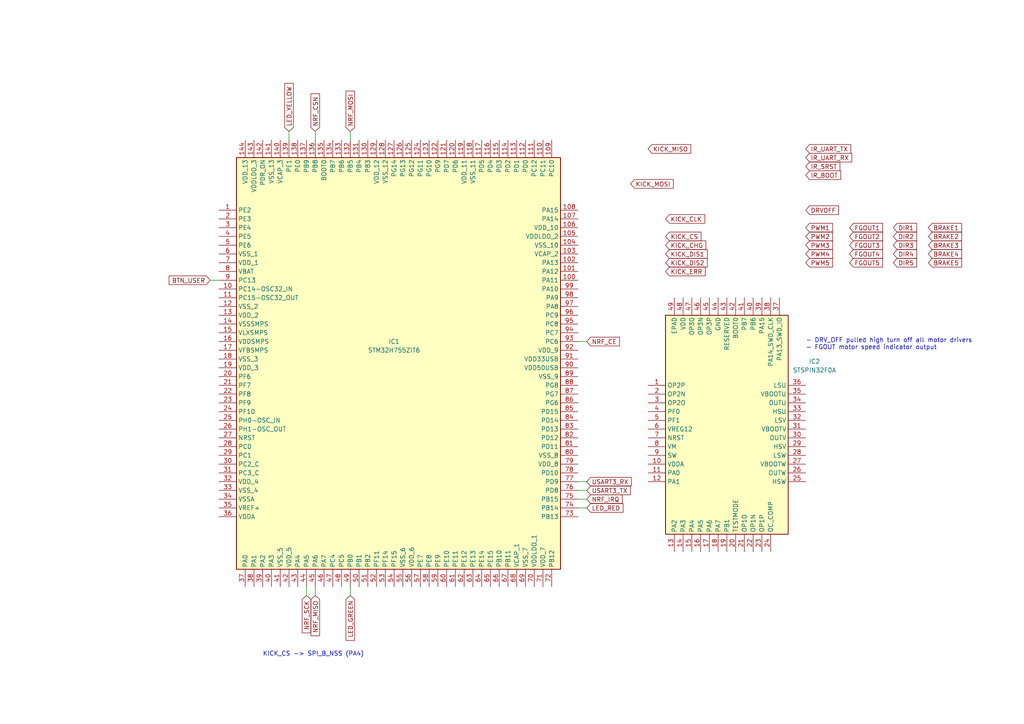
<source format=kicad_sch>
(kicad_sch (version 20230121) (generator eeschema)
  (paper "A4")
  (lib_symbols
    (symbol "STM32H755ZIT6:STM32H755ZIT6"
      (property "Reference" "IC" (at 100.33 20.32 0))
      (property "Value" "STM32H755ZIT6" (at 100.33 17.78 0))
      (symbol "STM32H755ZIT6_1_1"
        (rectangle (start 5.08 15.24) (end 99.06 -104.14) (stroke (width 0.254)) (fill (type background)))
        (pin passive line (at 0 0 0) (length 5.08) (name "PE2") (number "1"))
        (pin passive line (at 0 -22.86 0) (length 5.08) (name "PC14-OSC32_IN") (number "10"))
        (pin passive line (at 104.14 -20.32 180) (length 5.08) (name "PA11") (number "100"))
        (pin passive line (at 104.14 -17.78 180) (length 5.08) (name "PA12") (number "101"))
        (pin passive line (at 104.14 -15.24 180) (length 5.08) (name "PA13") (number "102"))
        (pin passive line (at 104.14 -12.7 180) (length 5.08) (name "VCAP_2") (number "103"))
        (pin passive line (at 104.14 -10.16 180) (length 5.08) (name "VSS_10") (number "104"))
        (pin passive line (at 104.14 -7.62 180) (length 5.08) (name "VDDLDO_2") (number "105"))
        (pin passive line (at 104.14 -5.08 180) (length 5.08) (name "VDD_10") (number "106"))
        (pin passive line (at 104.14 -2.54 180) (length 5.08) (name "PA14") (number "107"))
        (pin passive line (at 104.14 0 180) (length 5.08) (name "PA15") (number "108"))
        (pin passive line (at 96.52 20.32 270) (length 5.08) (name "PC10") (number "109"))
        (pin passive line (at 0 -25.4 0) (length 5.08) (name "PC15-OSC32_OUT") (number "11"))
        (pin passive line (at 93.98 20.32 270) (length 5.08) (name "PC11") (number "110"))
        (pin passive line (at 91.44 20.32 270) (length 5.08) (name "PC12") (number "111"))
        (pin passive line (at 88.9 20.32 270) (length 5.08) (name "PD0") (number "112"))
        (pin passive line (at 86.36 20.32 270) (length 5.08) (name "PD1") (number "113"))
        (pin passive line (at 83.82 20.32 270) (length 5.08) (name "PD2") (number "114"))
        (pin passive line (at 81.28 20.32 270) (length 5.08) (name "PD3") (number "115"))
        (pin passive line (at 78.74 20.32 270) (length 5.08) (name "PD4") (number "116"))
        (pin passive line (at 76.2 20.32 270) (length 5.08) (name "PD5") (number "117"))
        (pin passive line (at 73.66 20.32 270) (length 5.08) (name "VSS_11") (number "118"))
        (pin passive line (at 71.12 20.32 270) (length 5.08) (name "VDD_11") (number "119"))
        (pin passive line (at 0 -27.94 0) (length 5.08) (name "VSS_2") (number "12"))
        (pin passive line (at 68.58 20.32 270) (length 5.08) (name "PD6") (number "120"))
        (pin passive line (at 66.04 20.32 270) (length 5.08) (name "PD7") (number "121"))
        (pin passive line (at 63.5 20.32 270) (length 5.08) (name "PG9") (number "122"))
        (pin passive line (at 60.96 20.32 270) (length 5.08) (name "PG10") (number "123"))
        (pin passive line (at 58.42 20.32 270) (length 5.08) (name "PG11") (number "124"))
        (pin passive line (at 55.88 20.32 270) (length 5.08) (name "PG12") (number "125"))
        (pin passive line (at 53.34 20.32 270) (length 5.08) (name "PG13") (number "126"))
        (pin passive line (at 50.8 20.32 270) (length 5.08) (name "PG14") (number "127"))
        (pin passive line (at 48.26 20.32 270) (length 5.08) (name "VSS_12") (number "128"))
        (pin passive line (at 45.72 20.32 270) (length 5.08) (name "VDD_12") (number "129"))
        (pin passive line (at 0 -30.48 0) (length 5.08) (name "VDD_2") (number "13"))
        (pin passive line (at 43.18 20.32 270) (length 5.08) (name "PB3") (number "130"))
        (pin passive line (at 40.64 20.32 270) (length 5.08) (name "PB4") (number "131"))
        (pin passive line (at 38.1 20.32 270) (length 5.08) (name "PB5") (number "132"))
        (pin passive line (at 35.56 20.32 270) (length 5.08) (name "PB6") (number "133"))
        (pin passive line (at 33.02 20.32 270) (length 5.08) (name "PB7") (number "134"))
        (pin passive line (at 30.48 20.32 270) (length 5.08) (name "BOOT0") (number "135"))
        (pin passive line (at 27.94 20.32 270) (length 5.08) (name "PB8") (number "136"))
        (pin passive line (at 25.4 20.32 270) (length 5.08) (name "PB9") (number "137"))
        (pin passive line (at 22.86 20.32 270) (length 5.08) (name "PE0") (number "138"))
        (pin passive line (at 20.32 20.32 270) (length 5.08) (name "PE1") (number "139"))
        (pin passive line (at 0 -33.02 0) (length 5.08) (name "VSSSMPS") (number "14"))
        (pin passive line (at 17.78 20.32 270) (length 5.08) (name "VCAP_3") (number "140"))
        (pin passive line (at 15.24 20.32 270) (length 5.08) (name "VSS_13") (number "141"))
        (pin passive line (at 12.7 20.32 270) (length 5.08) (name "PDR_ON") (number "142"))
        (pin passive line (at 10.16 20.32 270) (length 5.08) (name "VDDLDO_3") (number "143"))
        (pin passive line (at 7.62 20.32 270) (length 5.08) (name "VDD_13") (number "144"))
        (pin passive line (at 0 -35.56 0) (length 5.08) (name "VLXSMPS") (number "15"))
        (pin passive line (at 0 -38.1 0) (length 5.08) (name "VDDSMPS") (number "16"))
        (pin passive line (at 0 -40.64 0) (length 5.08) (name "VFBSMPS") (number "17"))
        (pin passive line (at 0 -43.18 0) (length 5.08) (name "VSS_3") (number "18"))
        (pin passive line (at 0 -45.72 0) (length 5.08) (name "VDD_3") (number "19"))
        (pin passive line (at 0 -2.54 0) (length 5.08) (name "PE3") (number "2"))
        (pin passive line (at 0 -48.26 0) (length 5.08) (name "PF6") (number "20"))
        (pin passive line (at 0 -50.8 0) (length 5.08) (name "PF7") (number "21"))
        (pin passive line (at 0 -53.34 0) (length 5.08) (name "PF8") (number "22"))
        (pin passive line (at 0 -55.88 0) (length 5.08) (name "PF9") (number "23"))
        (pin passive line (at 0 -58.42 0) (length 5.08) (name "PF10") (number "24"))
        (pin passive line (at 0 -60.96 0) (length 5.08) (name "PH0-OSC_IN") (number "25"))
        (pin passive line (at 0 -63.5 0) (length 5.08) (name "PH1-OSC_OUT") (number "26"))
        (pin passive line (at 0 -66.04 0) (length 5.08) (name "NRST") (number "27"))
        (pin passive line (at 0 -68.58 0) (length 5.08) (name "PC0") (number "28"))
        (pin passive line (at 0 -71.12 0) (length 5.08) (name "PC1") (number "29"))
        (pin passive line (at 0 -5.08 0) (length 5.08) (name "PE4") (number "3"))
        (pin passive line (at 0 -73.66 0) (length 5.08) (name "PC2_C") (number "30"))
        (pin passive line (at 0 -76.2 0) (length 5.08) (name "PC3_C") (number "31"))
        (pin passive line (at 0 -78.74 0) (length 5.08) (name "VDD_4") (number "32"))
        (pin passive line (at 0 -81.28 0) (length 5.08) (name "VSS_4") (number "33"))
        (pin passive line (at 0 -83.82 0) (length 5.08) (name "VSSA") (number "34"))
        (pin passive line (at 0 -86.36 0) (length 5.08) (name "VREF+") (number "35"))
        (pin passive line (at 0 -88.9 0) (length 5.08) (name "VDDA") (number "36"))
        (pin passive line (at 7.62 -109.22 90) (length 5.08) (name "PA0") (number "37"))
        (pin passive line (at 10.16 -109.22 90) (length 5.08) (name "PA1") (number "38"))
        (pin passive line (at 12.7 -109.22 90) (length 5.08) (name "PA2") (number "39"))
        (pin passive line (at 0 -7.62 0) (length 5.08) (name "PE5") (number "4"))
        (pin passive line (at 15.24 -109.22 90) (length 5.08) (name "PA3") (number "40"))
        (pin passive line (at 17.78 -109.22 90) (length 5.08) (name "VSS_5") (number "41"))
        (pin passive line (at 20.32 -109.22 90) (length 5.08) (name "VDD_5") (number "42"))
        (pin passive line (at 22.86 -109.22 90) (length 5.08) (name "PA4") (number "43"))
        (pin passive line (at 25.4 -109.22 90) (length 5.08) (name "PA5") (number "44"))
        (pin passive line (at 27.94 -109.22 90) (length 5.08) (name "PA6") (number "45"))
        (pin passive line (at 30.48 -109.22 90) (length 5.08) (name "PA7") (number "46"))
        (pin passive line (at 33.02 -109.22 90) (length 5.08) (name "PC4") (number "47"))
        (pin passive line (at 35.56 -109.22 90) (length 5.08) (name "PC5") (number "48"))
        (pin passive line (at 38.1 -109.22 90) (length 5.08) (name "PB0") (number "49"))
        (pin passive line (at 0 -10.16 0) (length 5.08) (name "PE6") (number "5"))
        (pin passive line (at 40.64 -109.22 90) (length 5.08) (name "PB1") (number "50"))
        (pin passive line (at 43.18 -109.22 90) (length 5.08) (name "PB2") (number "51"))
        (pin passive line (at 45.72 -109.22 90) (length 5.08) (name "PF11") (number "52"))
        (pin passive line (at 48.26 -109.22 90) (length 5.08) (name "PF14") (number "53"))
        (pin passive line (at 50.8 -109.22 90) (length 5.08) (name "PF15") (number "54"))
        (pin passive line (at 53.34 -109.22 90) (length 5.08) (name "VSS_6") (number "55"))
        (pin passive line (at 55.88 -109.22 90) (length 5.08) (name "VDD_6") (number "56"))
        (pin passive line (at 58.42 -109.22 90) (length 5.08) (name "PE7") (number "57"))
        (pin passive line (at 60.96 -109.22 90) (length 5.08) (name "PE8") (number "58"))
        (pin passive line (at 63.5 -109.22 90) (length 5.08) (name "PE9") (number "59"))
        (pin passive line (at 0 -12.7 0) (length 5.08) (name "VSS_1") (number "6"))
        (pin passive line (at 66.04 -109.22 90) (length 5.08) (name "PE10") (number "60"))
        (pin passive line (at 68.58 -109.22 90) (length 5.08) (name "PE11") (number "61"))
        (pin passive line (at 71.12 -109.22 90) (length 5.08) (name "PE12") (number "62"))
        (pin passive line (at 73.66 -109.22 90) (length 5.08) (name "PE13") (number "63"))
        (pin passive line (at 76.2 -109.22 90) (length 5.08) (name "PE14") (number "64"))
        (pin passive line (at 78.74 -109.22 90) (length 5.08) (name "PE15") (number "65"))
        (pin passive line (at 81.28 -109.22 90) (length 5.08) (name "PB10") (number "66"))
        (pin passive line (at 83.82 -109.22 90) (length 5.08) (name "PB11") (number "67"))
        (pin passive line (at 86.36 -109.22 90) (length 5.08) (name "VCAP_1") (number "68"))
        (pin passive line (at 88.9 -109.22 90) (length 5.08) (name "VSS_7") (number "69"))
        (pin passive line (at 0 -15.24 0) (length 5.08) (name "VDD_1") (number "7"))
        (pin passive line (at 91.44 -109.22 90) (length 5.08) (name "VDDLDO_1") (number "70"))
        (pin passive line (at 93.98 -109.22 90) (length 5.08) (name "VDD_7") (number "71"))
        (pin passive line (at 96.52 -109.22 90) (length 5.08) (name "PB12") (number "72"))
        (pin passive line (at 104.14 -88.9 180) (length 5.08) (name "PB13") (number "73"))
        (pin passive line (at 104.14 -86.36 180) (length 5.08) (name "PB14") (number "74"))
        (pin passive line (at 104.14 -83.82 180) (length 5.08) (name "PB15") (number "75"))
        (pin passive line (at 104.14 -81.28 180) (length 5.08) (name "PD8") (number "76"))
        (pin passive line (at 104.14 -78.74 180) (length 5.08) (name "PD9") (number "77"))
        (pin passive line (at 104.14 -76.2 180) (length 5.08) (name "PD10") (number "78"))
        (pin passive line (at 104.14 -73.66 180) (length 5.08) (name "VDD_8") (number "79"))
        (pin passive line (at 0 -17.78 0) (length 5.08) (name "VBAT") (number "8"))
        (pin passive line (at 104.14 -71.12 180) (length 5.08) (name "VSS_8") (number "80"))
        (pin passive line (at 104.14 -68.58 180) (length 5.08) (name "PD11") (number "81"))
        (pin passive line (at 104.14 -66.04 180) (length 5.08) (name "PD12") (number "82"))
        (pin passive line (at 104.14 -63.5 180) (length 5.08) (name "PD13") (number "83"))
        (pin passive line (at 104.14 -60.96 180) (length 5.08) (name "PD14") (number "84"))
        (pin passive line (at 104.14 -58.42 180) (length 5.08) (name "PD15") (number "85"))
        (pin passive line (at 104.14 -55.88 180) (length 5.08) (name "PG6") (number "86"))
        (pin passive line (at 104.14 -53.34 180) (length 5.08) (name "PG7") (number "87"))
        (pin passive line (at 104.14 -50.8 180) (length 5.08) (name "PG8") (number "88"))
        (pin passive line (at 104.14 -48.26 180) (length 5.08) (name "VSS_9") (number "89"))
        (pin passive line (at 0 -20.32 0) (length 5.08) (name "PC13") (number "9"))
        (pin passive line (at 104.14 -45.72 180) (length 5.08) (name "VDD50USB") (number "90"))
        (pin passive line (at 104.14 -43.18 180) (length 5.08) (name "VDD33USB") (number "91"))
        (pin passive line (at 104.14 -40.64 180) (length 5.08) (name "VDD_9") (number "92"))
        (pin passive line (at 104.14 -38.1 180) (length 5.08) (name "PC6") (number "93"))
        (pin passive line (at 104.14 -35.56 180) (length 5.08) (name "PC7") (number "94"))
        (pin passive line (at 104.14 -33.02 180) (length 5.08) (name "PC8") (number "95"))
        (pin passive line (at 104.14 -30.48 180) (length 5.08) (name "PC9") (number "96"))
        (pin passive line (at 104.14 -27.94 180) (length 5.08) (name "PA8") (number "97"))
        (pin passive line (at 104.14 -25.4 180) (length 5.08) (name "PA9") (number "98"))
        (pin passive line (at 104.14 -22.86 180) (length 5.08) (name "PA10") (number "99"))
      )
    )
    (symbol "STSPIN32F0A:STSPIN32F0A"
      (property "Reference" "IC" (at 41.91 25.4 0))
      (property "Value" "STSPIN32F0A" (at 41.91 22.86 0))
      (symbol "STSPIN32F0A_1_1"
        (rectangle (start 5.08 20.32) (end 40.64 -43.18) (stroke (width 0.254)) (fill (type background)))
        (pin input line (at 0 0 0) (length 5.08) (name "OP2P") (number "1"))
        (pin power_in line (at 0 -22.86 0) (length 5.08) (name "VDDA") (number "10"))
        (pin bidirectional line (at 0 -25.4 0) (length 5.08) (name "PA0") (number "11"))
        (pin bidirectional line (at 0 -27.94 0) (length 5.08) (name "PA1") (number "12"))
        (pin bidirectional line (at 7.62 -48.26 90) (length 5.08) (name "PA2") (number "13"))
        (pin bidirectional line (at 10.16 -48.26 90) (length 5.08) (name "PA3") (number "14"))
        (pin bidirectional line (at 12.7 -48.26 90) (length 5.08) (name "PA4") (number "15"))
        (pin bidirectional line (at 15.24 -48.26 90) (length 5.08) (name "PA5") (number "16"))
        (pin bidirectional line (at 17.78 -48.26 90) (length 5.08) (name "PA6") (number "17"))
        (pin bidirectional line (at 20.32 -48.26 90) (length 5.08) (name "PA7") (number "18"))
        (pin bidirectional line (at 22.86 -48.26 90) (length 5.08) (name "PB1") (number "19"))
        (pin input line (at 0 -2.54 0) (length 5.08) (name "OP2N") (number "2"))
        (pin input line (at 25.4 -48.26 90) (length 5.08) (name "TESTMODE") (number "20"))
        (pin output line (at 27.94 -48.26 90) (length 5.08) (name "OP1O") (number "21"))
        (pin input line (at 30.48 -48.26 90) (length 5.08) (name "OP1N") (number "22"))
        (pin input line (at 33.02 -48.26 90) (length 5.08) (name "OP1P") (number "23"))
        (pin input line (at 35.56 -48.26 90) (length 5.08) (name "OC_COMP") (number "24"))
        (pin output line (at 45.72 -27.94 180) (length 5.08) (name "HSW") (number "25"))
        (pin passive line (at 45.72 -25.4 180) (length 5.08) (name "OUTW") (number "26"))
        (pin passive line (at 45.72 -22.86 180) (length 5.08) (name "VBOOTW") (number "27"))
        (pin output line (at 45.72 -20.32 180) (length 5.08) (name "LSW") (number "28"))
        (pin output line (at 45.72 -17.78 180) (length 5.08) (name "HSV") (number "29"))
        (pin output line (at 0 -5.08 0) (length 5.08) (name "OP2O") (number "3"))
        (pin passive line (at 45.72 -15.24 180) (length 5.08) (name "OUTV") (number "30"))
        (pin passive line (at 45.72 -12.7 180) (length 5.08) (name "VBOOTV") (number "31"))
        (pin output line (at 45.72 -10.16 180) (length 5.08) (name "LSV") (number "32"))
        (pin output line (at 45.72 -7.62 180) (length 5.08) (name "HSU") (number "33"))
        (pin passive line (at 45.72 -5.08 180) (length 5.08) (name "OUTU") (number "34"))
        (pin passive line (at 45.72 -2.54 180) (length 5.08) (name "VBOOTU") (number "35"))
        (pin output line (at 45.72 0 180) (length 5.08) (name "LSU") (number "36"))
        (pin bidirectional line (at 38.1 25.4 270) (length 5.08) (name "PA13_SWD_IO") (number "37"))
        (pin bidirectional line (at 35.56 25.4 270) (length 5.08) (name "PA14_SWD_CLK") (number "38"))
        (pin bidirectional line (at 33.02 25.4 270) (length 5.08) (name "PA15") (number "39"))
        (pin passive line (at 0 -7.62 0) (length 5.08) (name "PF0") (number "4"))
        (pin bidirectional line (at 30.48 25.4 270) (length 5.08) (name "PB6") (number "40"))
        (pin bidirectional line (at 27.94 25.4 270) (length 5.08) (name "PB7") (number "41"))
        (pin passive line (at 25.4 25.4 270) (length 5.08) (name "BOOT0") (number "42"))
        (pin passive line (at 22.86 25.4 270) (length 5.08) (name "RESERVED") (number "43"))
        (pin power_in line (at 20.32 25.4 270) (length 5.08) (name "GND") (number "44"))
        (pin input line (at 17.78 25.4 270) (length 5.08) (name "OP3P") (number "45"))
        (pin input line (at 15.24 25.4 270) (length 5.08) (name "OP3N") (number "46"))
        (pin output line (at 12.7 25.4 270) (length 5.08) (name "OP3O") (number "47"))
        (pin passive line (at 10.16 25.4 270) (length 5.08) (name "VDD") (number "48"))
        (pin power_in line (at 7.62 25.4 270) (length 5.08) (name "EPAD") (number "49"))
        (pin passive line (at 0 -10.16 0) (length 5.08) (name "PF1") (number "5"))
        (pin output line (at 0 -12.7 0) (length 5.08) (name "VREG12") (number "6"))
        (pin passive line (at 0 -15.24 0) (length 5.08) (name "NRST") (number "7"))
        (pin power_in line (at 0 -17.78 0) (length 5.08) (name "VM") (number "8"))
        (pin passive line (at 0 -20.32 0) (length 5.08) (name "SW") (number "9"))
      )
    )
  )
  (wire (pts (xy 167.64 99.06) (xy 170.18 99.06)))
  (wire (pts (xy 167.64 139.7) (xy 170.18 139.7)))
  (wire (pts (xy 91.44 38.1) (xy 91.44 40.64)))
  (wire (pts (xy 101.6 170.18) (xy 101.6 172.72)))
  (wire (pts (xy 83.82 38.1) (xy 83.82 40.64)))
  (wire (pts (xy 60.96 81.28) (xy 63.5 81.28)))
  (wire (pts (xy 167.64 142.24) (xy 170.18 142.24)))
  (wire (pts (xy 91.44 170.18) (xy 91.44 172.72)))
  (wire (pts (xy 167.64 147.32) (xy 170.18 147.32)))
  (wire (pts (xy 88.9 170.18) (xy 88.9 172.72)))
  (wire (pts (xy 167.64 144.78) (xy 170.18 144.78)))
  (wire (pts (xy 101.6 38.1) (xy 101.6 40.64)))
  (text "- DRV_OFF pulled high turn off all motor drivers\n- FGOUT motor speed indicator output" (at 233.68 101.6 0) (effects (font (size 1.27 1.27)) (justify left bottom)))
  (text "KICK_CS -> SPI_B_NSS (PA4)" (at 76.2 190.5 0) (effects (font (size 1.27 1.27)) (justify left bottom)))
  (global_label "NRF_CE" (shape input) (at 170.18 99.06 0) (property "Intersheetrefs" "${INTERSHEET_REFS}" (effects hide)))
  (global_label "FGOUT2" (shape input) (at 246.38 68.58 0) (property "Intersheetrefs" "${INTERSHEET_REFS}" (effects hide)))
  (global_label "NRF_SCK" (shape input) (at 88.9 172.72 270) (property "Intersheetrefs" "${INTERSHEET_REFS}" (effects hide)))
  (global_label "IR_UART_TX" (shape input) (at 233.68 43.18 0) (property "Intersheetrefs" "${INTERSHEET_REFS}" (effects hide)))
  (global_label "PWM2" (shape input) (at 233.68 68.58 0) (property "Intersheetrefs" "${INTERSHEET_REFS}" (effects hide)))
  (global_label "LED_RED" (shape input) (at 170.18 147.32 0) (property "Intersheetrefs" "${INTERSHEET_REFS}" (effects hide)))
  (global_label "DIR2" (shape input) (at 259.08 68.58 0) (property "Intersheetrefs" "${INTERSHEET_REFS}" (effects hide)))
  (global_label "PWM5" (shape input) (at 233.68 76.2 0) (property "Intersheetrefs" "${INTERSHEET_REFS}" (effects hide)))
  (global_label "KICK_MISO" (shape input) (at 187.96 43.18 0) (property "Intersheetrefs" "${INTERSHEET_REFS}" (effects hide)))
  (global_label "KICK_MOSI" (shape input) (at 182.88 53.34 0) (property "Intersheetrefs" "${INTERSHEET_REFS}" (effects hide)))
  (global_label "NRF_MOSI" (shape input) (at 101.6 38.1 90) (property "Intersheetrefs" "${INTERSHEET_REFS}" (effects hide)))
  (global_label "KICK_CS" (shape input) (at 193.04 68.58 0) (property "Intersheetrefs" "${INTERSHEET_REFS}" (effects hide)))
  (global_label "KICK_DIS2" (shape input) (at 193.04 76.2 0) (property "Intersheetrefs" "${INTERSHEET_REFS}" (effects hide)))
  (global_label "USART3_RX" (shape input) (at 170.18 139.7 0) (property "Intersheetrefs" "${INTERSHEET_REFS}" (effects hide)))
  (global_label "KICK_CLK" (shape input) (at 193.04 63.5 0) (property "Intersheetrefs" "${INTERSHEET_REFS}" (effects hide)))
  (global_label "KICK_ERR" (shape input) (at 193.04 78.74 0) (property "Intersheetrefs" "${INTERSHEET_REFS}" (effects hide)))
  (global_label "USART3_TX" (shape input) (at 170.18 142.24 0) (property "Intersheetrefs" "${INTERSHEET_REFS}" (effects hide)))
  (global_label "PWM4" (shape input) (at 233.68 73.66 0) (property "Intersheetrefs" "${INTERSHEET_REFS}" (effects hide)))
  (global_label "FGOUT5" (shape input) (at 246.38 76.2 0) (property "Intersheetrefs" "${INTERSHEET_REFS}" (effects hide)))
  (global_label "NRF_IRQ" (shape input) (at 170.18 144.78 0) (property "Intersheetrefs" "${INTERSHEET_REFS}" (effects hide)))
  (global_label "NRF_CSN" (shape input) (at 91.44 38.1 90) (property "Intersheetrefs" "${INTERSHEET_REFS}" (effects hide)))
  (global_label "BRAKE2" (shape input) (at 269.24 68.58 0) (property "Intersheetrefs" "${INTERSHEET_REFS}" (effects hide)))
  (global_label "KICK_DIS1" (shape input) (at 193.04 73.66 0) (property "Intersheetrefs" "${INTERSHEET_REFS}" (effects hide)))
  (global_label "BRAKE1" (shape input) (at 269.24 66.04 0) (property "Intersheetrefs" "${INTERSHEET_REFS}" (effects hide)))
  (global_label "IR_BOOT" (shape input) (at 233.68 50.8 0) (property "Intersheetrefs" "${INTERSHEET_REFS}" (effects hide)))
  (global_label "DIR3" (shape input) (at 259.08 71.12 0) (property "Intersheetrefs" "${INTERSHEET_REFS}" (effects hide)))
  (global_label "PWM1" (shape input) (at 233.68 66.04 0) (property "Intersheetrefs" "${INTERSHEET_REFS}" (effects hide)))
  (global_label "DRVOFF" (shape input) (at 233.68 60.96 0) (property "Intersheetrefs" "${INTERSHEET_REFS}" (effects hide)))
  (global_label "LED_GREEN" (shape input) (at 101.6 172.72 270) (property "Intersheetrefs" "${INTERSHEET_REFS}" (effects hide)))
  (global_label "IR_UART_RX" (shape input) (at 233.68 45.72 0) (property "Intersheetrefs" "${INTERSHEET_REFS}" (effects hide)))
  (global_label "IR_SRST" (shape input) (at 233.68 48.26 0) (property "Intersheetrefs" "${INTERSHEET_REFS}" (effects hide)))
  (global_label "DIR1" (shape input) (at 259.08 66.04 0) (property "Intersheetrefs" "${INTERSHEET_REFS}" (effects hide)))
  (global_label "BTN_USER" (shape input) (at 60.96 81.28 180) (property "Intersheetrefs" "${INTERSHEET_REFS}" (effects hide)))
  (global_label "FGOUT3" (shape input) (at 246.38 71.12 0) (property "Intersheetrefs" "${INTERSHEET_REFS}" (effects hide)))
  (global_label "BRAKE5" (shape input) (at 269.24 76.2 0) (property "Intersheetrefs" "${INTERSHEET_REFS}" (effects hide)))
  (global_label "LED_YELLOW" (shape input) (at 83.82 38.1 90) (property "Intersheetrefs" "${INTERSHEET_REFS}" (effects hide)))
  (global_label "BRAKE4" (shape input) (at 269.24 73.66 0) (property "Intersheetrefs" "${INTERSHEET_REFS}" (effects hide)))
  (global_label "NRF_MISO" (shape input) (at 91.44 172.72 270) (property "Intersheetrefs" "${INTERSHEET_REFS}" (effects hide)))
  (global_label "FGOUT1" (shape input) (at 246.38 66.04 0) (property "Intersheetrefs" "${INTERSHEET_REFS}" (effects hide)))
  (global_label "DIR4" (shape input) (at 259.08 73.66 0) (property "Intersheetrefs" "${INTERSHEET_REFS}" (effects hide)))
  (global_label "KICK_CHG" (shape input) (at 193.04 71.12 0) (property "Intersheetrefs" "${INTERSHEET_REFS}" (effects hide)))
  (global_label "PWM3" (shape input) (at 233.68 71.12 0) (property "Intersheetrefs" "${INTERSHEET_REFS}" (effects hide)))
  (global_label "BRAKE3" (shape input) (at 269.24 71.12 0) (property "Intersheetrefs" "${INTERSHEET_REFS}" (effects hide)))
  (global_label "FGOUT4" (shape input) (at 246.38 73.66 0) (property "Intersheetrefs" "${INTERSHEET_REFS}" (effects hide)))
  (global_label "DIR5" (shape input) (at 259.08 76.2 0) (property "Intersheetrefs" "${INTERSHEET_REFS}" (effects hide)))
  (symbol (lib_id "STSPIN32F0A:STSPIN32F0A") (at 187.96 111.76 0) (unit 1)
    (property "Reference" "IC2" (at 236.22 104.8319 0))
    (property "Value" "STSPIN32F0A" (at 236.22 107.3719 0))
    (property "Footprint" "QFN50P700X700X105-49N-D" (effects hide))
    (property "Datasheet" "http://www.st.com/content/ccc/resource/technical/document/user_manual/group0/a8/b5/5b/fd/00/77/42/cc/DM00428288/files/DM00428288.pdf/jcr:content/translations/en.DM00428288.pdf" (effects hide))
    (property "Height" "1.05" (effects hide))
    (property "Mouser Part Number" "511-STSPIN32F0A" (effects hide))
    (property "Mouser Price/Stock" "https://www.mouser.co.uk/ProductDetail/STMicroelectronics/STSPIN32F0A?qs=1mbolxNpo8dSjtPTZg7Suw%3D%3D" (effects hide))
    (property "Manufacturer_Name" "STMicroelectronics" (effects hide))
    (property "Manufacturer_Part_Number" "STSPIN32F0A" (effects hide))
  )
  (symbol (lib_id "STM32H755ZIT6:STM32H755ZIT6") (at 63.5 60.96 0) (unit 1)
    (property "Reference" "IC1" (at 114.3 99.06 0))
    (property "Value" "STM32H755ZIT6" (at 114.3 101.6 0))
    (property "Footprint" "QFP50P2200X2200X160-144N" (effects hide))
    (property "Datasheet" "https://www.arrow.com/en/products/stm32h755zit6/stmicroelectronics" (effects hide))
    (property "Height" "1.6" (effects hide))
    (property "Mouser Part Number" "511-STM32H755ZIT6" (effects hide))
    (property "Mouser Price/Stock" "https://www.mouser.co.uk/ProductDetail/STMicroelectronics/STM32H755ZIT6?qs=vLWxofP3U2zCKiY6VSlsfA%3D%3D" (effects hide))
    (property "Manufacturer_Name" "STMicroelectronics" (effects hide))
    (property "Manufacturer_Part_Number" "STM32H755ZIT6" (effects hide))
  )
)
</source>
